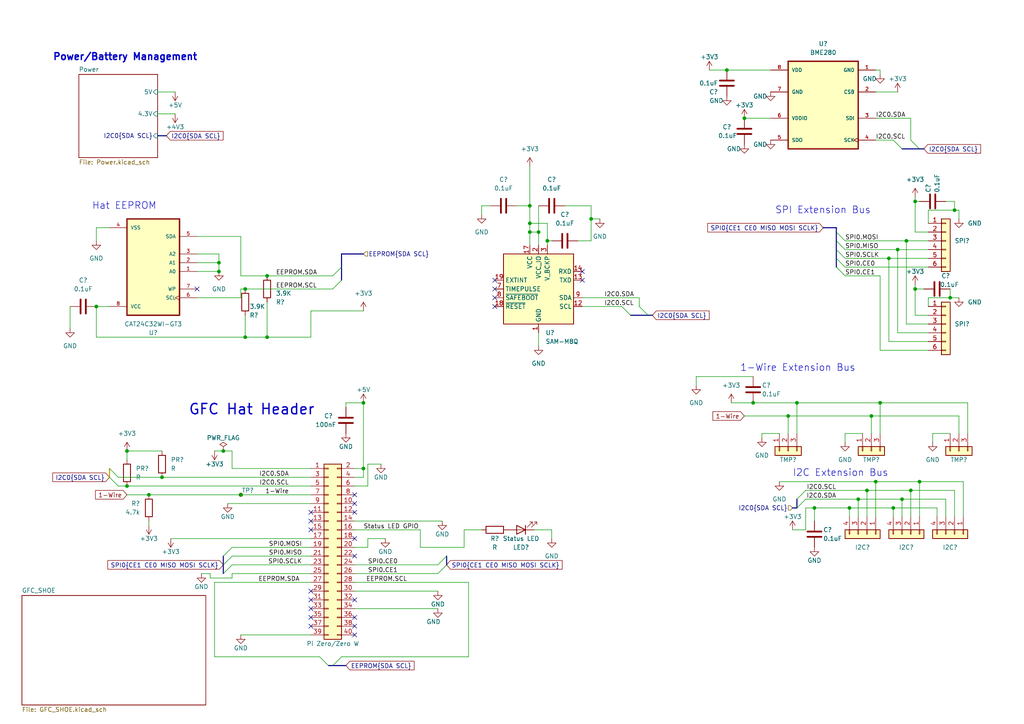
<source format=kicad_sch>
(kicad_sch (version 20211123) (generator eeschema)
  (paper "A4")
  (lib_symbols
    (symbol "BME280:BME280" (pin_names (offset 1.016))
      (property "Reference" "U?" (at 0 17.78 0))
      (property "Value" "BME280" (at 0 15.24 0))
      (symbol "BME280_0_0"
        (rectangle (start -10.16 -12.7) (end 10.16 12.7) (stroke (width 0.4064)) (fill (type background)))
        (pin power_in line (at 15.24 10.16 180) (length 5.08) (name "GND") (number "1"))
        (pin input line (at 15.24 3.81 180) (length 5.08) (name "CSB") (number "2"))
        (pin bidirectional line (at 15.24 -3.81 180) (length 5.08) (name "SDI") (number "3"))
        (pin input clock (at 15.24 -10.16 180) (length 5.08) (name "SCK") (number "4"))
        (pin bidirectional line (at -15.24 -10.16 0) (length 5.08) (name "SDO") (number "5"))
        (pin power_in line (at -15.24 -3.81 0) (length 5.08) (name "VDDIO") (number "6"))
        (pin power_in line (at -15.24 3.81 0) (length 5.08) (name "GND") (number "7"))
        (pin power_in line (at -15.24 10.16 0) (length 5.08) (name "VDD") (number "8"))
      )
    )
    (symbol "Connector:TestPoint_Small" (pin_numbers hide) (pin_names (offset 0.762) hide)
      (property "Reference" "TP" (at 0 3.81 0))
      (property "Value" "TestPoint_Small" (at 0 2.032 0))
      (symbol "TestPoint_Small_0_1"
        (circle (center 0 0) (radius 0.508))
      )
      (symbol "TestPoint_Small_1_1"
        (pin passive line (at 0 0 90) (length 0) (name "1") (number "1"))
      )
    )
    (symbol "Connector_Generic:Conn_01x03" (pin_names (offset 1.016) hide)
      (property "Reference" "J" (at 0 5.08 0))
      (property "Value" "Conn_01x03" (at 0 -5.08 0))
      (symbol "Conn_01x03_1_1"
        (rectangle (start -1.27 -2.413) (end 0 -2.667) (stroke (width 0.1524)))
        (rectangle (start -1.27 0.127) (end 0 -0.127) (stroke (width 0.1524)))
        (rectangle (start -1.27 2.667) (end 0 2.413) (stroke (width 0.1524)))
        (rectangle (start -1.27 3.81) (end 1.27 -3.81) (stroke (width 0.254)) (fill (type background)))
        (pin passive line (at -5.08 2.54 0) (length 3.81) (name "Pin_1") (number "1"))
        (pin passive line (at -5.08 0 0) (length 3.81) (name "Pin_2") (number "2"))
        (pin passive line (at -5.08 -2.54 0) (length 3.81) (name "Pin_3") (number "3"))
      )
    )
    (symbol "Connector_Generic:Conn_01x04" (pin_names (offset 1.016) hide)
      (property "Reference" "J" (at 0 5.08 0))
      (property "Value" "Conn_01x04" (at 0 -7.62 0))
      (symbol "Conn_01x04_1_1"
        (rectangle (start -1.27 -4.953) (end 0 -5.207) (stroke (width 0.1524)))
        (rectangle (start -1.27 -2.413) (end 0 -2.667) (stroke (width 0.1524)))
        (rectangle (start -1.27 0.127) (end 0 -0.127) (stroke (width 0.1524)))
        (rectangle (start -1.27 2.667) (end 0 2.413) (stroke (width 0.1524)))
        (rectangle (start -1.27 3.81) (end 1.27 -6.35) (stroke (width 0.254)) (fill (type background)))
        (pin passive line (at -5.08 2.54 0) (length 3.81) (name "Pin_1") (number "1"))
        (pin passive line (at -5.08 0 0) (length 3.81) (name "Pin_2") (number "2"))
        (pin passive line (at -5.08 -2.54 0) (length 3.81) (name "Pin_3") (number "3"))
        (pin passive line (at -5.08 -5.08 0) (length 3.81) (name "Pin_4") (number "4"))
      )
    )
    (symbol "Connector_Generic:Conn_01x06" (pin_names (offset 1.016) hide)
      (property "Reference" "J" (at 0 7.62 0))
      (property "Value" "Conn_01x06" (at 0 -10.16 0))
      (symbol "Conn_01x06_1_1"
        (rectangle (start -1.27 -7.493) (end 0 -7.747) (stroke (width 0.1524)))
        (rectangle (start -1.27 -4.953) (end 0 -5.207) (stroke (width 0.1524)))
        (rectangle (start -1.27 -2.413) (end 0 -2.667) (stroke (width 0.1524)))
        (rectangle (start -1.27 0.127) (end 0 -0.127) (stroke (width 0.1524)))
        (rectangle (start -1.27 2.667) (end 0 2.413) (stroke (width 0.1524)))
        (rectangle (start -1.27 5.207) (end 0 4.953) (stroke (width 0.1524)))
        (rectangle (start -1.27 6.35) (end 1.27 -8.89) (stroke (width 0.254)) (fill (type background)))
        (pin passive line (at -5.08 5.08 0) (length 3.81) (name "Pin_1") (number "1"))
        (pin passive line (at -5.08 2.54 0) (length 3.81) (name "Pin_2") (number "2"))
        (pin passive line (at -5.08 0 0) (length 3.81) (name "Pin_3") (number "3"))
        (pin passive line (at -5.08 -2.54 0) (length 3.81) (name "Pin_4") (number "4"))
        (pin passive line (at -5.08 -5.08 0) (length 3.81) (name "Pin_5") (number "5"))
        (pin passive line (at -5.08 -7.62 0) (length 3.81) (name "Pin_6") (number "6"))
      )
    )
    (symbol "Connector_Generic:Conn_02x20_Odd_Even" (pin_names (offset 1.016) hide)
      (property "Reference" "J" (at 1.27 25.4 0))
      (property "Value" "Conn_02x20_Odd_Even" (at 1.27 -27.94 0))
      (symbol "Conn_02x20_Odd_Even_1_1"
        (rectangle (start -1.27 -25.273) (end 0 -25.527) (stroke (width 0.1524)))
        (rectangle (start -1.27 -22.733) (end 0 -22.987) (stroke (width 0.1524)))
        (rectangle (start -1.27 -20.193) (end 0 -20.447) (stroke (width 0.1524)))
        (rectangle (start -1.27 -17.653) (end 0 -17.907) (stroke (width 0.1524)))
        (rectangle (start -1.27 -15.113) (end 0 -15.367) (stroke (width 0.1524)))
        (rectangle (start -1.27 -12.573) (end 0 -12.827) (stroke (width 0.1524)))
        (rectangle (start -1.27 -10.033) (end 0 -10.287) (stroke (width 0.1524)))
        (rectangle (start -1.27 -7.493) (end 0 -7.747) (stroke (width 0.1524)))
        (rectangle (start -1.27 -4.953) (end 0 -5.207) (stroke (width 0.1524)))
        (rectangle (start -1.27 -2.413) (end 0 -2.667) (stroke (width 0.1524)))
        (rectangle (start -1.27 0.127) (end 0 -0.127) (stroke (width 0.1524)))
        (rectangle (start -1.27 2.667) (end 0 2.413) (stroke (width 0.1524)))
        (rectangle (start -1.27 5.207) (end 0 4.953) (stroke (width 0.1524)))
        (rectangle (start -1.27 7.747) (end 0 7.493) (stroke (width 0.1524)))
        (rectangle (start -1.27 10.287) (end 0 10.033) (stroke (width 0.1524)))
        (rectangle (start -1.27 12.827) (end 0 12.573) (stroke (width 0.1524)))
        (rectangle (start -1.27 15.367) (end 0 15.113) (stroke (width 0.1524)))
        (rectangle (start -1.27 17.907) (end 0 17.653) (stroke (width 0.1524)))
        (rectangle (start -1.27 20.447) (end 0 20.193) (stroke (width 0.1524)))
        (rectangle (start -1.27 22.987) (end 0 22.733) (stroke (width 0.1524)))
        (rectangle (start -1.27 24.13) (end 3.81 -26.67) (stroke (width 0.254)) (fill (type background)))
        (rectangle (start 3.81 -25.273) (end 2.54 -25.527) (stroke (width 0.1524)))
        (rectangle (start 3.81 -22.733) (end 2.54 -22.987) (stroke (width 0.1524)))
        (rectangle (start 3.81 -20.193) (end 2.54 -20.447) (stroke (width 0.1524)))
        (rectangle (start 3.81 -17.653) (end 2.54 -17.907) (stroke (width 0.1524)))
        (rectangle (start 3.81 -15.113) (end 2.54 -15.367) (stroke (width 0.1524)))
        (rectangle (start 3.81 -12.573) (end 2.54 -12.827) (stroke (width 0.1524)))
        (rectangle (start 3.81 -10.033) (end 2.54 -10.287) (stroke (width 0.1524)))
        (rectangle (start 3.81 -7.493) (end 2.54 -7.747) (stroke (width 0.1524)))
        (rectangle (start 3.81 -4.953) (end 2.54 -5.207) (stroke (width 0.1524)))
        (rectangle (start 3.81 -2.413) (end 2.54 -2.667) (stroke (width 0.1524)))
        (rectangle (start 3.81 0.127) (end 2.54 -0.127) (stroke (width 0.1524)))
        (rectangle (start 3.81 2.667) (end 2.54 2.413) (stroke (width 0.1524)))
        (rectangle (start 3.81 5.207) (end 2.54 4.953) (stroke (width 0.1524)))
        (rectangle (start 3.81 7.747) (end 2.54 7.493) (stroke (width 0.1524)))
        (rectangle (start 3.81 10.287) (end 2.54 10.033) (stroke (width 0.1524)))
        (rectangle (start 3.81 12.827) (end 2.54 12.573) (stroke (width 0.1524)))
        (rectangle (start 3.81 15.367) (end 2.54 15.113) (stroke (width 0.1524)))
        (rectangle (start 3.81 17.907) (end 2.54 17.653) (stroke (width 0.1524)))
        (rectangle (start 3.81 20.447) (end 2.54 20.193) (stroke (width 0.1524)))
        (rectangle (start 3.81 22.987) (end 2.54 22.733) (stroke (width 0.1524)))
        (pin passive line (at -5.08 22.86 0) (length 3.81) (name "Pin_1") (number "1"))
        (pin passive line (at 7.62 12.7 180) (length 3.81) (name "Pin_10") (number "10"))
        (pin passive line (at -5.08 10.16 0) (length 3.81) (name "Pin_11") (number "11"))
        (pin passive line (at 7.62 10.16 180) (length 3.81) (name "Pin_12") (number "12"))
        (pin passive line (at -5.08 7.62 0) (length 3.81) (name "Pin_13") (number "13"))
        (pin passive line (at 7.62 7.62 180) (length 3.81) (name "Pin_14") (number "14"))
        (pin passive line (at -5.08 5.08 0) (length 3.81) (name "Pin_15") (number "15"))
        (pin passive line (at 7.62 5.08 180) (length 3.81) (name "Pin_16") (number "16"))
        (pin passive line (at -5.08 2.54 0) (length 3.81) (name "Pin_17") (number "17"))
        (pin passive line (at 7.62 2.54 180) (length 3.81) (name "Pin_18") (number "18"))
        (pin passive line (at -5.08 0 0) (length 3.81) (name "Pin_19") (number "19"))
        (pin passive line (at 7.62 22.86 180) (length 3.81) (name "Pin_2") (number "2"))
        (pin passive line (at 7.62 0 180) (length 3.81) (name "Pin_20") (number "20"))
        (pin passive line (at -5.08 -2.54 0) (length 3.81) (name "Pin_21") (number "21"))
        (pin passive line (at 7.62 -2.54 180) (length 3.81) (name "Pin_22") (number "22"))
        (pin passive line (at -5.08 -5.08 0) (length 3.81) (name "Pin_23") (number "23"))
        (pin passive line (at 7.62 -5.08 180) (length 3.81) (name "Pin_24") (number "24"))
        (pin passive line (at -5.08 -7.62 0) (length 3.81) (name "Pin_25") (number "25"))
        (pin passive line (at 7.62 -7.62 180) (length 3.81) (name "Pin_26") (number "26"))
        (pin passive line (at -5.08 -10.16 0) (length 3.81) (name "Pin_27") (number "27"))
        (pin passive line (at 7.62 -10.16 180) (length 3.81) (name "Pin_28") (number "28"))
        (pin passive line (at -5.08 -12.7 0) (length 3.81) (name "Pin_29") (number "29"))
        (pin passive line (at -5.08 20.32 0) (length 3.81) (name "Pin_3") (number "3"))
        (pin passive line (at 7.62 -12.7 180) (length 3.81) (name "Pin_30") (number "30"))
        (pin passive line (at -5.08 -15.24 0) (length 3.81) (name "Pin_31") (number "31"))
        (pin passive line (at 7.62 -15.24 180) (length 3.81) (name "Pin_32") (number "32"))
        (pin passive line (at -5.08 -17.78 0) (length 3.81) (name "Pin_33") (number "33"))
        (pin passive line (at 7.62 -17.78 180) (length 3.81) (name "Pin_34") (number "34"))
        (pin passive line (at -5.08 -20.32 0) (length 3.81) (name "Pin_35") (number "35"))
        (pin passive line (at 7.62 -20.32 180) (length 3.81) (name "Pin_36") (number "36"))
        (pin passive line (at -5.08 -22.86 0) (length 3.81) (name "Pin_37") (number "37"))
        (pin passive line (at 7.62 -22.86 180) (length 3.81) (name "Pin_38") (number "38"))
        (pin passive line (at -5.08 -25.4 0) (length 3.81) (name "Pin_39") (number "39"))
        (pin passive line (at 7.62 20.32 180) (length 3.81) (name "Pin_4") (number "4"))
        (pin passive line (at 7.62 -25.4 180) (length 3.81) (name "Pin_40") (number "40"))
        (pin passive line (at -5.08 17.78 0) (length 3.81) (name "Pin_5") (number "5"))
        (pin passive line (at 7.62 17.78 180) (length 3.81) (name "Pin_6") (number "6"))
        (pin passive line (at -5.08 15.24 0) (length 3.81) (name "Pin_7") (number "7"))
        (pin passive line (at 7.62 15.24 180) (length 3.81) (name "Pin_8") (number "8"))
        (pin passive line (at -5.08 12.7 0) (length 3.81) (name "Pin_9") (number "9"))
      )
    )
    (symbol "Device:C" (pin_numbers hide) (pin_names (offset 0.254))
      (property "Reference" "C" (at 0.635 2.54 0))
      (property "Value" "C" (at 0.635 -2.54 0))
      (symbol "C_0_1"
        (polyline (pts (xy -2.032 -0.762) (xy 2.032 -0.762)) (stroke (width 0.508)))
        (polyline (pts (xy -2.032 0.762) (xy 2.032 0.762)) (stroke (width 0.508)))
      )
      (symbol "C_1_1"
        (pin passive line (at 0 3.81 270) (length 2.794) (name "~") (number "1"))
        (pin passive line (at 0 -3.81 90) (length 2.794) (name "~") (number "2"))
      )
    )
    (symbol "Device:LED" (pin_numbers hide) (pin_names (offset 1.016) hide)
      (property "Reference" "D" (at 0 2.54 0))
      (property "Value" "LED" (at 0 -2.54 0))
      (symbol "LED_0_1"
        (polyline (pts (xy -1.27 -1.27) (xy -1.27 1.27)) (stroke (width 0.254)))
        (polyline (pts (xy -1.27 0) (xy 1.27 0)))
        (polyline (pts (xy 1.27 -1.27) (xy 1.27 1.27) (xy -1.27 0) (xy 1.27 -1.27)) (stroke (width 0.254)))
        (polyline (pts (xy -3.048 -0.762) (xy -4.572 -2.286) (xy -3.81 -2.286) (xy -4.572 -2.286) (xy -4.572 -1.524)))
        (polyline (pts (xy -1.778 -0.762) (xy -3.302 -2.286) (xy -2.54 -2.286) (xy -3.302 -2.286) (xy -3.302 -1.524)))
      )
      (symbol "LED_1_1"
        (pin passive line (at -3.81 0 0) (length 2.54) (name "K") (number "1"))
        (pin passive line (at 3.81 0 180) (length 2.54) (name "A") (number "2"))
      )
    )
    (symbol "Device:R" (pin_numbers hide) (pin_names (offset 0))
      (property "Reference" "R" (at 2.032 0 90))
      (property "Value" "R" (at 0 0 90))
      (symbol "R_0_1"
        (rectangle (start -1.016 -2.54) (end 1.016 2.54) (stroke (width 0.254)))
      )
      (symbol "R_1_1"
        (pin passive line (at 0 3.81 270) (length 1.27) (name "~") (number "1"))
        (pin passive line (at 0 -3.81 90) (length 1.27) (name "~") (number "2"))
      )
    )
    (symbol "EEPROM:CAT24C32WI-GT3" (pin_names (offset 1.016))
      (property "Reference" "U" (at -7.6205 12.7008 0))
      (property "Value" "CAT24C32WI-GT3" (at -7.5948 -17.755 0))
      (symbol "CAT24C32WI-GT3_0_0"
        (rectangle (start -7.62 -15.24) (end 7.62 12.7) (stroke (width 0.4064)) (fill (type background)))
        (pin input line (at -12.7 0 0) (length 5.08) (name "A0") (number "1"))
        (pin input line (at -12.7 -2.54 0) (length 5.08) (name "A1") (number "2"))
        (pin input line (at -12.7 -5.08 0) (length 5.08) (name "A2") (number "3"))
        (pin passive line (at 12.7 -12.7 180) (length 5.08) (name "VSS") (number "4"))
        (pin bidirectional line (at -12.7 -10.16 0) (length 5.08) (name "SDA") (number "5"))
        (pin input clock (at -12.7 7.62 0) (length 5.08) (name "SCL") (number "6"))
        (pin input line (at -12.7 5.08 0) (length 5.08) (name "WP") (number "7"))
        (pin power_in line (at 12.7 10.16 180) (length 5.08) (name "VCC") (number "8"))
      )
    )
    (symbol "MyParts:+4V3" (power) (pin_names (offset 0))
      (property "Value" "+4V3" (at 0 3.556 0))
      (symbol "+4V3_0_1"
        (polyline (pts (xy -0.762 1.27) (xy 0 2.54)))
        (polyline (pts (xy 0 0) (xy 0 2.54)))
        (polyline (pts (xy 0 2.54) (xy 0.762 1.27)))
      )
      (symbol "+4V3_1_1"
        (pin power_in line (at 0 0 90) (length 0) hide (name "+4V3") (number "1"))
      )
    )
    (symbol "RF_GPS:SAM-M8Q"
      (property "Reference" "U" (at -8.89 11.43 0))
      (property "Value" "SAM-M8Q" (at 8.89 11.43 0))
      (symbol "SAM-M8Q_0_1"
        (rectangle (start -10.16 10.16) (end 10.16 -10.16) (stroke (width 0.254)) (fill (type background)))
      )
      (symbol "SAM-M8Q_1_1"
        (pin power_in line (at 0 -12.7 90) (length 2.54) (name "GND") (number "1"))
        (pin passive line (at 0 -12.7 90) (length 2.54) hide (name "GND") (number "10"))
        (pin passive line (at 0 -12.7 90) (length 2.54) hide (name "GND") (number "11"))
        (pin input line (at 12.7 -5.08 180) (length 2.54) (name "SCL") (number "12"))
        (pin output line (at 12.7 2.54 180) (length 2.54) (name "TXD") (number "13"))
        (pin input line (at 12.7 5.08 180) (length 2.54) (name "RXD") (number "14"))
        (pin passive line (at 0 -12.7 90) (length 2.54) hide (name "GND") (number "15"))
        (pin passive line (at 0 -12.7 90) (length 2.54) hide (name "GND") (number "16"))
        (pin power_in line (at -2.54 12.7 270) (length 2.54) (name "VCC") (number "17"))
        (pin input line (at -12.7 -5.08 0) (length 2.54) (name "~{RESET}") (number "18"))
        (pin input line (at -12.7 2.54 0) (length 2.54) (name "EXTINT") (number "19"))
        (pin power_in line (at 0 12.7 270) (length 2.54) (name "VCC_IO") (number "2"))
        (pin passive line (at 0 -12.7 90) (length 2.54) hide (name "GND") (number "20"))
        (pin power_in line (at 2.54 12.7 270) (length 2.54) (name "V_BCKP") (number "3"))
        (pin passive line (at 0 -12.7 90) (length 2.54) hide (name "GND") (number "4"))
        (pin passive line (at 0 -12.7 90) (length 2.54) hide (name "GND") (number "5"))
        (pin passive line (at 0 -12.7 90) (length 2.54) hide (name "GND") (number "6"))
        (pin output line (at -12.7 0 0) (length 2.54) (name "TIMEPULSE") (number "7"))
        (pin input line (at -12.7 -2.54 0) (length 2.54) (name "~{SAFEBOOT}") (number "8"))
        (pin bidirectional line (at 12.7 -2.54 180) (length 2.54) (name "SDA") (number "9"))
      )
    )
    (symbol "power:+3V3" (power) (pin_names (offset 0))
      (property "Value" "+3V3" (at 0 3.556 0))
      (symbol "+3V3_0_1"
        (polyline (pts (xy -0.762 1.27) (xy 0 2.54)))
        (polyline (pts (xy 0 0) (xy 0 2.54)))
        (polyline (pts (xy 0 2.54) (xy 0.762 1.27)))
      )
      (symbol "+3V3_1_1"
        (pin power_in line (at 0 0 90) (length 0) hide (name "+3V3") (number "1"))
      )
    )
    (symbol "power:+5V" (power) (pin_names (offset 0))
      (property "Value" "+5V" (at 0 3.556 0))
      (symbol "+5V_0_1"
        (polyline (pts (xy -0.762 1.27) (xy 0 2.54)))
        (polyline (pts (xy 0 0) (xy 0 2.54)))
        (polyline (pts (xy 0 2.54) (xy 0.762 1.27)))
      )
      (symbol "+5V_1_1"
        (pin power_in line (at 0 0 90) (length 0) hide (name "+5V") (number "1"))
      )
    )
    (symbol "power:GND" (power) (pin_names (offset 0))
      (property "Value" "GND" (at 0 -3.81 0))
      (symbol "GND_0_1"
        (polyline (pts (xy 0 0) (xy 0 -1.27) (xy 1.27 -1.27) (xy 0 -2.54) (xy -1.27 -1.27) (xy 0 -1.27)))
      )
      (symbol "GND_1_1"
        (pin power_in line (at 0 0 270) (length 0) hide (name "GND") (number "1"))
      )
    )
    (symbol "power:PWR_FLAG" (power) (pin_numbers hide) (pin_names (offset 0) hide)
      (property "Value" "PWR_FLAG" (at 0 3.81 0))
      (symbol "PWR_FLAG_0_0"
        (pin power_out line (at 0 0 90) (length 0) (name "pwr") (number "1"))
      )
      (symbol "PWR_FLAG_0_1"
        (polyline (pts (xy 0 0) (xy 0 1.27) (xy -1.016 1.905) (xy 0 2.54) (xy 1.016 1.905) (xy 0 1.27)))
      )
    )
  )
  (junction (at 266.7 139.7))
  (junction (at 210.82 20.32))
  (junction (at 77.47 97.79))
  (junction (at 276.86 60.96))
  (junction (at 260.35 72.39))
  (junction (at 153.67 67.31))
  (junction (at 153.67 59.69))
  (junction (at 246.38 147.32))
  (junction (at 248.92 144.78))
  (junction (at 236.22 147.32))
  (junction (at 69.85 143.51))
  (junction (at 71.12 97.79))
  (junction (at 156.21 67.31))
  (junction (at 171.45 63.5))
  (junction (at 257.81 74.93))
  (junction (at 259.08 147.32))
  (junction (at 105.41 116.84))
  (junction (at 254 139.7))
  (junction (at 262.89 69.85))
  (junction (at 63.5 76.2))
  (junction (at 46.99 138.43))
  (junction (at 264.16 142.24))
  (junction (at 105.41 135.89))
  (junction (at 275.59 86.36))
  (junction (at 71.12 83.82))
  (junction (at 261.62 144.78))
  (junction (at 63.5 78.74))
  (junction (at 252.73 120.65))
  (junction (at 43.18 143.51))
  (junction (at 36.83 130.81))
  (junction (at 36.83 140.97))
  (junction (at 218.44 116.84))
  (junction (at 64.77 130.81))
  (junction (at 158.75 69.85))
  (junction (at 215.9 34.29))
  (junction (at 153.67 64.77))
  (junction (at 77.47 80.01))
  (junction (at 265.43 83.82))
  (junction (at 265.43 58.42))
  (junction (at 27.94 88.9))
  (junction (at 255.27 116.84))
  (junction (at 251.46 142.24))
  (junction (at 228.6 120.65))
  (junction (at 231.14 116.84))
  (no_connect (at 102.87 181.61))
  (no_connect (at 168.91 81.28))
  (no_connect (at 90.17 171.45))
  (no_connect (at 102.87 161.29))
  (no_connect (at 143.51 81.28))
  (no_connect (at 90.17 153.67))
  (no_connect (at 168.91 78.74))
  (no_connect (at 102.87 148.59))
  (no_connect (at 102.87 184.15))
  (no_connect (at 143.51 88.9))
  (no_connect (at 57.15 83.82))
  (no_connect (at 102.87 156.21))
  (no_connect (at 102.87 179.07))
  (no_connect (at 143.51 83.82))
  (no_connect (at 143.51 86.36))
  (no_connect (at 90.17 176.53))
  (no_connect (at 90.17 181.61))
  (no_connect (at 102.87 173.99))
  (no_connect (at 90.17 173.99))
  (no_connect (at 90.17 179.07))
  (no_connect (at 102.87 143.51))
  (no_connect (at 90.17 151.13))
  (no_connect (at 90.17 148.59))
  (no_connect (at 102.87 146.05))
  (bus_entry (at 127 166.37) (size 2.54 -2.54))
  (bus_entry (at 182.88 91.44) (size -2.54 -2.54))
  (bus_entry (at 96.52 193.04) (size 2.54 -2.54))
  (bus_entry (at 266.7 43.18) (size -2.54 -2.54))
  (bus_entry (at 242.57 69.85) (size 2.54 2.54))
  (bus_entry (at 242.57 74.93) (size 2.54 2.54))
  (bus_entry (at 261.62 43.18) (size -2.54 -2.54))
  (bus_entry (at 187.96 91.44) (size -2.54 -2.54))
  (bus_entry (at 231.14 147.32) (size 2.54 -2.54))
  (bus_entry (at 231.14 144.78) (size 2.54 -2.54))
  (bus_entry (at 127 163.83) (size 2.54 -2.54))
  (bus_entry (at 242.57 67.31) (size 2.54 2.54))
  (bus_entry (at 99.06 77.47) (size -2.54 2.54))
  (bus_entry (at 31.75 135.89) (size 2.54 2.54))
  (bus_entry (at 242.57 77.47) (size 2.54 2.54))
  (bus_entry (at 242.57 72.39) (size 2.54 2.54))
  (bus_entry (at 31.75 138.43) (size 2.54 2.54))
  (bus_entry (at 67.31 158.75) (size -2.54 2.54))
  (bus_entry (at 67.31 163.83) (size -2.54 2.54))
  (bus_entry (at 99.06 81.28) (size -2.54 2.54))
  (bus_entry (at 95.25 193.04) (size -2.54 -2.54))
  (bus_entry (at 67.31 161.29) (size -2.54 2.54))
  (wire (pts (xy 168.91 88.9) (xy 180.34 88.9)))
  (wire (pts (xy 236.22 147.32) (xy 233.68 147.32)))
  (bus (pts (xy 31.75 135.89) (xy 31.75 138.43)) (stroke (width 0) (color 204 153 0 1)))
  (wire (pts (xy 121.92 153.67) (xy 121.92 158.75)))
  (wire (pts (xy 67.31 135.89) (xy 90.17 135.89)))
  (wire (pts (xy 269.24 60.96) (xy 276.86 60.96)))
  (wire (pts (xy 228.6 125.73) (xy 228.6 120.65)))
  (wire (pts (xy 36.83 130.81) (xy 36.83 133.35)))
  (wire (pts (xy 156.21 96.52) (xy 156.21 100.33)))
  (wire (pts (xy 71.12 83.82) (xy 96.52 83.82)))
  (wire (pts (xy 135.89 168.91) (xy 135.89 190.5)))
  (wire (pts (xy 274.32 144.78) (xy 274.32 149.86)))
  (wire (pts (xy 262.89 69.85) (xy 269.24 69.85)))
  (wire (pts (xy 105.41 90.17) (xy 90.17 90.17)))
  (wire (pts (xy 153.67 48.26) (xy 153.67 59.69)))
  (wire (pts (xy 106.68 158.75) (xy 102.87 158.75)))
  (wire (pts (xy 248.92 144.78) (xy 248.92 149.86)))
  (wire (pts (xy 102.87 151.13) (xy 128.27 151.13)))
  (wire (pts (xy 45.72 33.02) (xy 50.8 33.02)))
  (bus (pts (xy 64.77 163.83) (xy 64.77 166.37)))
  (wire (pts (xy 229.87 153.67) (xy 233.68 153.67)))
  (wire (pts (xy 265.43 57.15) (xy 265.43 58.42)))
  (wire (pts (xy 171.45 59.69) (xy 171.45 63.5)))
  (wire (pts (xy 134.62 158.75) (xy 134.62 153.67)))
  (wire (pts (xy 274.32 58.42) (xy 276.86 58.42)))
  (wire (pts (xy 121.92 158.75) (xy 134.62 158.75)))
  (wire (pts (xy 255.27 101.6) (xy 269.24 101.6)))
  (wire (pts (xy 100.33 116.84) (xy 105.41 116.84)))
  (wire (pts (xy 102.87 138.43) (xy 105.41 138.43)))
  (wire (pts (xy 149.86 59.69) (xy 153.67 59.69)))
  (wire (pts (xy 134.62 153.67) (xy 139.7 153.67)))
  (wire (pts (xy 259.08 147.32) (xy 246.38 147.32)))
  (wire (pts (xy 102.87 163.83) (xy 127 163.83)))
  (wire (pts (xy 262.89 93.98) (xy 269.24 93.98)))
  (wire (pts (xy 205.74 20.32) (xy 210.82 20.32)))
  (wire (pts (xy 57.15 73.66) (xy 63.5 73.66)))
  (wire (pts (xy 269.24 86.36) (xy 275.59 86.36)))
  (wire (pts (xy 69.85 86.36) (xy 69.85 83.82)))
  (wire (pts (xy 67.31 166.37) (xy 67.31 167.64)))
  (wire (pts (xy 156.21 71.12) (xy 156.21 67.31)))
  (wire (pts (xy 90.17 166.37) (xy 67.31 166.37)))
  (wire (pts (xy 260.35 72.39) (xy 260.35 96.52)))
  (wire (pts (xy 265.43 58.42) (xy 265.43 67.31)))
  (wire (pts (xy 46.99 130.81) (xy 36.83 130.81)))
  (wire (pts (xy 102.87 171.45) (xy 127 171.45)))
  (wire (pts (xy 276.86 58.42) (xy 276.86 60.96)))
  (wire (pts (xy 264.16 34.29) (xy 264.16 40.64)))
  (wire (pts (xy 27.94 66.04) (xy 31.75 66.04)))
  (wire (pts (xy 60.96 167.64) (xy 60.96 166.37)))
  (wire (pts (xy 265.43 83.82) (xy 265.43 91.44)))
  (wire (pts (xy 27.94 66.04) (xy 27.94 69.85)))
  (wire (pts (xy 245.11 69.85) (xy 262.89 69.85)))
  (wire (pts (xy 278.13 60.96) (xy 278.13 63.5)))
  (bus (pts (xy 242.57 66.04) (xy 238.76 66.04)))
  (wire (pts (xy 105.41 138.43) (xy 105.41 135.89)))
  (wire (pts (xy 77.47 87.63) (xy 77.47 97.79)))
  (wire (pts (xy 218.44 109.22) (xy 201.93 109.22)))
  (wire (pts (xy 254 20.32) (xy 255.27 20.32)))
  (wire (pts (xy 246.38 149.86) (xy 246.38 147.32)))
  (bus (pts (xy 95.25 193.04) (xy 96.52 193.04)))
  (wire (pts (xy 45.72 26.67) (xy 50.8 26.67)))
  (wire (pts (xy 262.89 69.85) (xy 262.89 93.98)))
  (wire (pts (xy 142.24 59.69) (xy 139.7 59.69)))
  (wire (pts (xy 102.87 176.53) (xy 127 176.53)))
  (wire (pts (xy 265.43 91.44) (xy 269.24 91.44)))
  (wire (pts (xy 278.13 125.73) (xy 278.13 120.65)))
  (wire (pts (xy 254 26.67) (xy 260.35 26.67)))
  (wire (pts (xy 105.41 116.84) (xy 105.41 135.89)))
  (wire (pts (xy 57.15 76.2) (xy 63.5 76.2)))
  (wire (pts (xy 248.92 144.78) (xy 233.68 144.78)))
  (wire (pts (xy 248.92 144.78) (xy 261.62 144.78)))
  (wire (pts (xy 156.21 67.31) (xy 153.67 67.31)))
  (wire (pts (xy 265.43 83.82) (xy 267.97 83.82)))
  (wire (pts (xy 251.46 142.24) (xy 233.68 142.24)))
  (wire (pts (xy 66.04 146.05) (xy 90.17 146.05)))
  (wire (pts (xy 27.94 88.9) (xy 31.75 88.9)))
  (wire (pts (xy 275.59 83.82) (xy 275.59 86.36)))
  (bus (pts (xy 96.52 193.04) (xy 100.33 193.04)))
  (wire (pts (xy 269.24 60.96) (xy 269.24 64.77)))
  (wire (pts (xy 69.85 68.58) (xy 57.15 68.58)))
  (wire (pts (xy 153.67 67.31) (xy 153.67 71.12)))
  (wire (pts (xy 171.45 63.5) (xy 171.45 69.85)))
  (wire (pts (xy 62.23 190.5) (xy 92.71 190.5)))
  (bus (pts (xy 45.72 39.37) (xy 48.26 39.37)))
  (wire (pts (xy 212.09 116.84) (xy 218.44 116.84)))
  (wire (pts (xy 279.4 139.7) (xy 266.7 139.7)))
  (wire (pts (xy 257.81 74.93) (xy 269.24 74.93)))
  (wire (pts (xy 254 40.64) (xy 259.08 40.64)))
  (wire (pts (xy 20.32 88.9) (xy 20.32 95.25)))
  (wire (pts (xy 27.94 97.79) (xy 27.94 88.9)))
  (wire (pts (xy 57.15 86.36) (xy 69.85 86.36)))
  (bus (pts (xy 187.96 91.44) (xy 182.88 91.44)))
  (bus (pts (xy 242.57 74.93) (xy 242.57 77.47)))
  (bus (pts (xy 242.57 72.39) (xy 242.57 74.93)))
  (wire (pts (xy 106.68 134.62) (xy 110.49 134.62)))
  (wire (pts (xy 280.67 116.84) (xy 280.67 125.73)))
  (wire (pts (xy 220.98 125.73) (xy 220.98 127)))
  (wire (pts (xy 171.45 69.85) (xy 167.64 69.85)))
  (wire (pts (xy 254 34.29) (xy 264.16 34.29)))
  (wire (pts (xy 99.06 190.5) (xy 135.89 190.5)))
  (wire (pts (xy 36.83 140.97) (xy 34.29 140.97)))
  (wire (pts (xy 255.27 116.84) (xy 280.67 116.84)))
  (wire (pts (xy 153.67 64.77) (xy 153.67 67.31)))
  (wire (pts (xy 257.81 99.06) (xy 269.24 99.06)))
  (wire (pts (xy 57.15 78.74) (xy 63.5 78.74)))
  (wire (pts (xy 226.06 139.7) (xy 254 139.7)))
  (wire (pts (xy 163.83 59.69) (xy 171.45 59.69)))
  (wire (pts (xy 34.29 138.43) (xy 46.99 138.43)))
  (bus (pts (xy 64.77 161.29) (xy 64.77 163.83)))
  (bus (pts (xy 129.54 163.83) (xy 129.54 161.29)))
  (bus (pts (xy 231.14 147.32) (xy 231.14 144.78)))
  (wire (pts (xy 43.18 143.51) (xy 69.85 143.51)))
  (wire (pts (xy 255.27 116.84) (xy 255.27 125.73)))
  (bus (pts (xy 242.57 67.31) (xy 242.57 66.04)))
  (wire (pts (xy 252.73 120.65) (xy 278.13 120.65)))
  (wire (pts (xy 265.43 82.55) (xy 265.43 83.82)))
  (wire (pts (xy 245.11 77.47) (xy 269.24 77.47)))
  (wire (pts (xy 62.23 168.91) (xy 90.17 168.91)))
  (wire (pts (xy 62.23 168.91) (xy 62.23 190.5)))
  (wire (pts (xy 255.27 20.32) (xy 255.27 21.59)))
  (wire (pts (xy 265.43 58.42) (xy 266.7 58.42)))
  (wire (pts (xy 168.91 86.36) (xy 185.42 86.36)))
  (bus (pts (xy 242.57 69.85) (xy 242.57 72.39)))
  (bus (pts (xy 189.23 91.44) (xy 187.96 91.44)))
  (wire (pts (xy 90.17 143.51) (xy 69.85 143.51)))
  (wire (pts (xy 69.85 80.01) (xy 77.47 80.01)))
  (wire (pts (xy 264.16 142.24) (xy 264.16 149.86)))
  (bus (pts (xy 99.06 77.47) (xy 99.06 81.28)))
  (wire (pts (xy 210.82 20.32) (xy 223.52 20.32)))
  (wire (pts (xy 251.46 142.24) (xy 264.16 142.24)))
  (wire (pts (xy 71.12 91.44) (xy 71.12 97.79)))
  (wire (pts (xy 158.75 64.77) (xy 153.67 64.77)))
  (wire (pts (xy 261.62 149.86) (xy 261.62 144.78)))
  (wire (pts (xy 265.43 67.31) (xy 269.24 67.31)))
  (wire (pts (xy 218.44 116.84) (xy 231.14 116.84)))
  (wire (pts (xy 154.94 153.67) (xy 160.02 153.67)))
  (wire (pts (xy 231.14 116.84) (xy 255.27 116.84)))
  (wire (pts (xy 276.86 142.24) (xy 276.86 149.86)))
  (wire (pts (xy 46.99 138.43) (xy 90.17 138.43)))
  (wire (pts (xy 153.67 59.69) (xy 153.67 64.77)))
  (wire (pts (xy 201.93 109.22) (xy 201.93 111.76)))
  (wire (pts (xy 160.02 153.67) (xy 160.02 156.21)))
  (wire (pts (xy 233.68 147.32) (xy 233.68 153.67)))
  (wire (pts (xy 49.53 156.21) (xy 90.17 156.21)))
  (wire (pts (xy 90.17 97.79) (xy 77.47 97.79)))
  (wire (pts (xy 139.7 59.69) (xy 139.7 62.23)))
  (wire (pts (xy 275.59 86.36) (xy 278.13 86.36)))
  (wire (pts (xy 171.45 63.5) (xy 173.99 63.5)))
  (bus (pts (xy 229.87 147.32) (xy 231.14 147.32)))
  (wire (pts (xy 102.87 168.91) (xy 135.89 168.91)))
  (wire (pts (xy 260.35 96.52) (xy 269.24 96.52)))
  (wire (pts (xy 215.9 120.65) (xy 228.6 120.65)))
  (wire (pts (xy 63.5 76.2) (xy 63.5 78.74)))
  (wire (pts (xy 77.47 97.79) (xy 71.12 97.79)))
  (bus (pts (xy 105.41 73.66) (xy 99.06 73.66)))
  (wire (pts (xy 158.75 71.12) (xy 158.75 69.85)))
  (wire (pts (xy 69.85 83.82) (xy 71.12 83.82)))
  (wire (pts (xy 36.83 143.51) (xy 43.18 143.51)))
  (wire (pts (xy 106.68 140.97) (xy 106.68 134.62)))
  (wire (pts (xy 106.68 156.21) (xy 106.68 158.75)))
  (wire (pts (xy 271.78 147.32) (xy 259.08 147.32)))
  (wire (pts (xy 266.7 139.7) (xy 254 139.7)))
  (wire (pts (xy 67.31 167.64) (xy 60.96 167.64)))
  (wire (pts (xy 252.73 125.73) (xy 252.73 120.65)))
  (wire (pts (xy 63.5 73.66) (xy 63.5 76.2)))
  (wire (pts (xy 71.12 97.79) (xy 27.94 97.79)))
  (wire (pts (xy 69.85 80.01) (xy 69.85 68.58)))
  (wire (pts (xy 102.87 153.67) (xy 121.92 153.67)))
  (wire (pts (xy 245.11 72.39) (xy 260.35 72.39)))
  (wire (pts (xy 261.62 144.78) (xy 274.32 144.78)))
  (wire (pts (xy 270.51 125.73) (xy 275.59 125.73)))
  (wire (pts (xy 269.24 88.9) (xy 269.24 86.36)))
  (wire (pts (xy 215.9 34.29) (xy 223.52 34.29)))
  (wire (pts (xy 67.31 135.89) (xy 67.31 130.81)))
  (wire (pts (xy 228.6 120.65) (xy 252.73 120.65)))
  (wire (pts (xy 67.31 158.75) (xy 90.17 158.75)))
  (wire (pts (xy 279.4 149.86) (xy 279.4 139.7)))
  (wire (pts (xy 245.11 125.73) (xy 250.19 125.73)))
  (wire (pts (xy 64.77 130.81) (xy 67.31 130.81)))
  (wire (pts (xy 158.75 69.85) (xy 158.75 64.77)))
  (wire (pts (xy 62.23 130.81) (xy 64.77 130.81)))
  (wire (pts (xy 156.21 59.69) (xy 156.21 67.31)))
  (wire (pts (xy 266.7 149.86) (xy 266.7 139.7)))
  (wire (pts (xy 236.22 147.32) (xy 236.22 151.13)))
  (wire (pts (xy 260.35 72.39) (xy 269.24 72.39)))
  (wire (pts (xy 251.46 142.24) (xy 251.46 149.86)))
  (wire (pts (xy 105.41 135.89) (xy 102.87 135.89)))
  (wire (pts (xy 36.83 140.97) (xy 90.17 140.97)))
  (wire (pts (xy 69.85 184.15) (xy 90.17 184.15)))
  (wire (pts (xy 245.11 80.01) (xy 255.27 80.01)))
  (bus (pts (xy 266.7 43.18) (xy 261.62 43.18)))
  (wire (pts (xy 264.16 142.24) (xy 276.86 142.24)))
  (wire (pts (xy 220.98 125.73) (xy 226.06 125.73)))
  (bus (pts (xy 99.06 73.66) (xy 99.06 77.47)))
  (wire (pts (xy 245.11 74.93) (xy 257.81 74.93)))
  (wire (pts (xy 245.11 125.73) (xy 245.11 128.27)))
  (wire (pts (xy 158.75 69.85) (xy 160.02 69.85)))
  (wire (pts (xy 77.47 80.01) (xy 96.52 80.01)))
  (wire (pts (xy 271.78 149.86) (xy 271.78 147.32)))
  (wire (pts (xy 90.17 90.17) (xy 90.17 97.79)))
  (wire (pts (xy 43.18 152.4) (xy 43.18 151.13)))
  (wire (pts (xy 255.27 80.01) (xy 255.27 101.6)))
  (wire (pts (xy 231.14 116.84) (xy 231.14 125.73)))
  (wire (pts (xy 257.81 74.93) (xy 257.81 99.06)))
  (wire (pts (xy 102.87 166.37) (xy 127 166.37)))
  (wire (pts (xy 111.76 156.21) (xy 106.68 156.21)))
  (wire (pts (xy 60.96 166.37) (xy 58.42 166.37)))
  (wire (pts (xy 102.87 140.97) (xy 106.68 140.97)))
  (wire (pts (xy 100.33 118.11) (xy 100.33 116.84)))
  (wire (pts (xy 67.31 163.83) (xy 90.17 163.83)))
  (wire (pts (xy 246.38 147.32) (xy 236.22 147.32)))
  (bus (pts (xy 242.57 67.31) (xy 242.57 69.85)))
  (wire (pts (xy 270.51 125.73) (xy 270.51 128.27)))
  (wire (pts (xy 185.42 86.36) (xy 185.42 88.9)))
  (wire (pts (xy 276.86 60.96) (xy 278.13 60.96)))
  (wire (pts (xy 67.31 161.29) (xy 90.17 161.29)))
  (wire (pts (xy 259.08 149.86) (xy 259.08 147.32)))
  (wire (pts (xy 254 149.86) (xy 254 139.7)))
  (bus (pts (xy 267.97 43.18) (xy 266.7 43.18)))
  (text "I2C Extension Bus" (at 229.87 138.43 0) (effects (font (size 2 2)) (justify left bottom)))
  (text "1-Wire Extension Bus" (at 214.63 107.95 0) (effects (font (size 2 2)) (justify left bottom)))
  (text "Power/Battery Management\n" (at 15.24 17.78 0) (effects (font (size 2 2) (thickness 0.4) bold) (justify left bottom)))
  (text "SPI Extension Bus" (at 224.79 62.23 0) (effects (font (size 2 2)) (justify left bottom)))
  (text "Hat EEPROM\n" (at 26.67 60.96 0) (effects (font (size 2 2)) (justify left bottom)))
  (text "GFC Hat Header" (at 54.61 120.65 0) (effects (font (size 3 3) (thickness 0.4) bold) (justify left bottom)))
  (label "I2C0.SCL" (at 175.26 88.9 0))
  (label "Status LED GPIO" (at 105.41 153.67 0))
  (label "EEPROM.SCL" (at 118.11 168.91 180))
  (label "SPI0.MISO" (at 87.63 161.29 180))
  (label "SPI0.SCLK" (at 87.63 163.83 180))
  (label "SPI0.MOSI" (at 245.11 69.85 0))
  (label "EEPROM.SDA" (at 74.93 168.91 0))
  (label "I2C0.SDA" (at 83.82 138.43 180))
  (label "I2C0.SDA" (at 242.57 144.78 180))
  (label "SPI0.SCLK" (at 245.11 74.93 0))
  (label "SPI0.CE0" (at 245.11 77.47 0))
  (label "I2C0.SCL" (at 83.82 140.97 180))
  (label "SPI0.CE0" (at 106.68 163.83 0))
  (label "EEPROM.SCL" (at 80.01 83.82 0))
  (label "SPI0.CE1" (at 245.11 80.01 0))
  (label "1-Wire" (at 83.82 143.51 180))
  (label "SPI0.MOSI" (at 87.63 158.75 180))
  (label "SPI0.MISO" (at 245.11 72.39 0))
  (label "SPI0.CE1" (at 106.68 166.37 0))
  (label "I2C0.SCL" (at 254 40.64 0))
  (label "EEPROM.SDA" (at 80.01 80.01 0))
  (label "I2C0.SDA" (at 254 34.29 0))
  (label "I2C0.SDA" (at 175.26 86.36 0))
  (label "I2C0.SCL" (at 242.57 142.24 180))
  (global_label "I2C0{SDA SCL}" (shape input) (at 189.23 91.44 0) (property "Intersheet References" "${INTERSHEET_REFS}" (effects hide)))
  (global_label "SPI0{CE1 CE0 MISO MOSI SCLK}" (shape input) (at 64.77 163.83 180) (property "Intersheet References" "${INTERSHEET_REFS}" (effects hide)))
  (global_label "SPI0{CE1 CE0 MISO MOSI SCLK}" (shape input) (at 238.76 66.04 180) (property "Intersheet References" "${INTERSHEET_REFS}" (effects hide)))
  (global_label "I2C0{SDA SCL}" (shape input) (at 31.75 138.43 180) (property "Intersheet References" "${INTERSHEET_REFS}" (effects hide)))
  (global_label "EEPROM{SDA SCL}" (shape input) (at 100.33 193.04 0) (property "Intersheet References" "${INTERSHEET_REFS}" (effects hide)))
  (global_label "I2C0{SDA SCL}" (shape input) (at 48.26 39.37 0) (property "Intersheet References" "${INTERSHEET_REFS}" (effects hide)))
  (global_label "I2C0{SDA SCL}" (shape input) (at 267.97 43.18 0) (property "Intersheet References" "${INTERSHEET_REFS}" (effects hide)))
  (global_label "1-Wire" (shape input) (at 215.9 120.65 180) (property "Intersheet References" "${INTERSHEET_REFS}" (effects hide)))
  (global_label "SPI0{CE1 CE0 MISO MOSI SCLK}" (shape input) (at 129.54 163.83 0) (property "Intersheet References" "${INTERSHEET_REFS}" (effects hide)))
  (global_label "1-Wire" (shape input) (at 36.83 143.51 180) (property "Intersheet References" "${INTERSHEET_REFS}" (effects hide)))
  (hierarchical_label "I2C0{SDA SCL}" (shape input) (at 229.87 147.32 180))
  (hierarchical_label "EEPROM{SDA SCL}" (shape input) (at 105.41 73.66 0))
  (symbol (lib_id "power:GND") (at 58.42 166.37 0) (unit 1)
    (property "Reference" "#PWR?" (effects hide))
    (property "Value" "GND" (at 58.42 170.18 0))
  )
  (symbol (lib_id "power:+3V3") (at 62.23 130.81 180) (unit 1)
    (property "Reference" "#PWR?" (effects hide))
    (property "Value" "+3V3" (at 62.23 134.62 0))
  )
  (symbol (lib_id "Device:C") (at 160.02 59.69 90) (unit 1)
    (property "Reference" "C?" (at 160.02 52.07 90))
    (property "Value" "0.1uF" (at 160.02 54.61 90))
    (property "Footprint" "Capacitor_SMD:C_0603_1608Metric_Pad1.08x0.95mm_HandSolder" (effects hide))
    (property "Digikey" "https://www.digikey.com/short/3wn2fdb2" (effects hide))
    (property "Unit Price" "0.10" (effects hide))
  )
  (symbol (lib_id "Connector_Generic:Conn_01x04") (at 264.16 154.94 270) (unit 1)
    (property "Reference" "I2C?" (at 262.89 158.75 90))
    (property "Value" "I2C0" (effects hide))
    (property "Footprint" "Connector_PinHeader_2.00mm:PinHeader_1x04_P2.00mm_Vertical" (effects hide))
  )
  (symbol (lib_id "power:GND") (at 278.13 63.5 0) (unit 1)
    (property "Reference" "#PWR?" (effects hide))
    (property "Value" "GND" (at 280.67 64.7699 0) (effects (justify left)))
  )
  (symbol (lib_id "power:GND") (at 245.11 128.27 0) (mirror y) (unit 1)
    (property "Reference" "#PWR?" (effects hide))
    (property "Value" "GND" (at 245.11 133.35 0))
  )
  (symbol (lib_id "power:GND") (at 160.02 156.21 0) (unit 1)
    (property "Reference" "#PWR?" (effects hide))
    (property "Value" "GND" (at 160.02 161.29 0))
  )
  (symbol (lib_id "Connector_Generic:Conn_01x06") (at 274.32 69.85 0) (unit 1)
    (property "Reference" "SPI?" (at 276.86 69.8499 0) (effects (justify left)))
    (property "Value" "SPI" (effects hide))
    (property "Footprint" "Connector_PinHeader_2.00mm:PinHeader_1x06_P2.00mm_Vertical" (effects hide))
  )
  (symbol (lib_id "power:GND") (at 110.49 134.62 0) (mirror y) (unit 1)
    (property "Reference" "#PWR?" (effects hide))
    (property "Value" "GND" (at 110.49 138.43 0))
  )
  (symbol (lib_id "power:GND") (at 223.52 40.64 0) (unit 1)
    (property "Reference" "#PWR?" (effects hide))
    (property "Value" "GND" (at 218.44 41.91 0) (effects (justify left)))
  )
  (symbol (lib_id "power:GND") (at 127 171.45 0) (unit 1)
    (property "Reference" "#PWR?" (effects hide))
    (property "Value" "GND" (at 127 175.26 0))
  )
  (symbol (lib_id "power:GND") (at 278.13 86.36 0) (unit 1)
    (property "Reference" "#PWR?" (effects hide))
    (property "Value" "GND" (at 280.67 87.6299 0) (effects (justify left)))
  )
  (symbol (lib_id "Connector_Generic:Conn_02x20_Odd_Even") (at 95.25 158.75 0) (unit 1)
    (property "Reference" "CPU?" (effects hide))
    (property "Value" "Pi Zero/Zero W" (at 88.9 186.69 0) (effects (justify left)))
    (property "Footprint" "Connector_PinSocket_2.54mm:PinSocket_2x20_P2.54mm_Vertical" (effects hide))
    (property "Digikey" "N/A" (effects hide))
    (property "Unit Price" "10.00" (effects hide))
  )
  (symbol (lib_id "Device:LED") (at 151.13 153.67 180) (unit 1)
    (property "Reference" "LED?" (at 151.13 158.75 0))
    (property "Value" "Status LED" (at 151.13 156.21 0))
    (property "Footprint" "LED_SMD:LED_0805_2012Metric" (effects hide))
  )
  (symbol (lib_id "power:+3V3") (at 153.67 48.26 0) (unit 1)
    (property "Reference" "#PWR?" (effects hide))
    (property "Value" "+3V3" (at 153.67 43.18 0))
  )
  (symbol (lib_id "power:GND") (at 66.04 146.05 0) (unit 1)
    (property "Reference" "#PWR?" (effects hide))
    (property "Value" "GND" (at 66.04 149.86 0))
  )
  (symbol (lib_id "Connector_Generic:Conn_01x03") (at 278.13 130.81 90) (mirror x) (unit 1)
    (property "Reference" "TMP?" (at 278.13 133.35 90))
    (property "Value" "1-Wire Bus" (effects hide))
    (property "Footprint" "Connector_PinHeader_2.00mm:PinHeader_1x03_P2.00mm_Vertical" (effects hide))
    (property "Digikey" "https://www.digikey.com/short/bd73wft8" (effects hide))
    (property "Unit Price" "0.18" (effects hide))
  )
  (symbol (lib_id "power:GND") (at 27.94 69.85 0) (unit 1)
    (property "Reference" "#PWR?" (effects hide))
    (property "Value" "GND" (at 27.94 74.93 0))
  )
  (symbol (lib_id "Device:C") (at 146.05 59.69 90) (unit 1)
    (property "Reference" "C?" (at 146.05 52.07 90))
    (property "Value" "0.1uF" (at 146.05 54.61 90))
    (property "Footprint" "Capacitor_SMD:C_0603_1608Metric_Pad1.08x0.95mm_HandSolder" (effects hide))
    (property "Digikey" "https://www.digikey.com/short/3wn2fdb2" (effects hide))
    (property "Unit Price" "0.10" (effects hide))
  )
  (symbol (lib_id "power:GND") (at 226.06 139.7 0) (unit 1)
    (property "Reference" "#PWR?" (effects hide))
    (property "Value" "GND" (at 226.06 144.78 0))
  )
  (symbol (lib_id "power:GND") (at 128.27 151.13 0) (unit 1)
    (property "Reference" "#PWR?" (effects hide))
    (property "Value" "GND" (at 128.27 154.94 0))
  )
  (symbol (lib_id "power:GND") (at 215.9 41.91 0) (unit 1)
    (property "Reference" "#PWR?" (effects hide))
    (property "Value" "GND" (at 210.82 43.18 0) (effects (justify left)))
  )
  (symbol (lib_id "power:GND") (at 201.93 111.76 0) (mirror y) (unit 1)
    (property "Reference" "#PWR?" (effects hide))
    (property "Value" "GND" (at 201.93 116.84 0))
  )
  (symbol (lib_id "power:+3V3") (at 205.74 20.32 0) (unit 1)
    (property "Reference" "#PWR?" (effects hide))
    (property "Value" "+3V3" (at 205.74 16.51 0))
  )
  (symbol (lib_id "Device:C") (at 270.51 58.42 270) (unit 1)
    (property "Reference" "C?" (at 269.24 55.88 0) (effects (justify right)))
    (property "Value" "0.1uF" (at 271.78 55.88 0) (effects (justify right)))
    (property "Footprint" "Capacitor_SMD:C_0603_1608Metric_Pad1.08x0.95mm_HandSolder" (effects hide))
    (property "Digikey" "https://www.digikey.com/short/3wn2fdb2" (effects hide))
  )
  (symbol (lib_id "power:GND") (at 210.82 27.94 0) (unit 1)
    (property "Reference" "#PWR?" (effects hide))
    (property "Value" "GND" (at 205.74 29.21 0) (effects (justify left)))
  )
  (symbol (lib_id "power:+3V3") (at 43.18 152.4 0) (mirror x) (unit 1)
    (property "Reference" "#PWR?" (effects hide))
    (property "Value" "+3V3" (at 43.18 156.21 0))
  )
  (symbol (lib_id "MyParts:+4V3") (at 50.8 33.02 180) (unit 1)
    (property "Reference" "#PWR?" (effects hide))
    (property "Value" "+4V3" (at 50.8 36.83 0))
  )
  (symbol (lib_id "Connector:TestPoint_Small") (at 69.85 143.51 0) (mirror y) (unit 1)
    (property "Reference" "TP?" (at 73.66 142.24 0) (effects (justify left)))
    (property "Value" "Test Point" (effects hide))
    (property "Footprint" "TestPoint:TestPoint_Pad_D1.0mm" (effects hide))
  )
  (symbol (lib_id "Device:C") (at 218.44 113.03 180) (unit 1)
    (property "Reference" "C?" (at 220.98 111.76 0) (effects (justify right)))
    (property "Value" "0.1uF" (at 220.98 114.3 0) (effects (justify right)))
    (property "Footprint" "Capacitor_SMD:C_0603_1608Metric_Pad1.08x0.95mm_HandSolder" (effects hide))
    (property "Digikey" "https://www.digikey.com/short/3wn2fdb2" (effects hide))
  )
  (symbol (lib_id "Device:R") (at 71.12 87.63 0) (unit 1)
    (property "Reference" "R?" (at 72.39 91.44 0) (effects (justify left)))
    (property "Value" "3.9K" (at 72.39 88.9 0) (effects (justify left)))
    (property "Footprint" "Resistor_SMD:R_0603_1608Metric_Pad0.98x0.95mm_HandSolder" (effects hide))
  )
  (symbol (lib_id "Device:R") (at 46.99 134.62 0) (unit 1)
    (property "Reference" "PR?" (at 49.53 133.3499 0) (effects (justify left)))
    (property "Value" "R" (at 49.53 135.8899 0) (effects (justify left)))
    (property "Footprint" "Resistor_SMD:R_0603_1608Metric_Pad0.98x0.95mm_HandSolder" (effects hide))
  )
  (symbol (lib_id "power:+3V3") (at 265.43 82.55 0) (unit 1)
    (property "Reference" "#PWR?" (effects hide))
    (property "Value" "+3V3" (at 265.43 78.74 0))
  )
  (symbol (lib_id "power:+3V3") (at 49.53 156.21 180) (unit 1)
    (property "Reference" "#PWR?" (effects hide))
    (property "Value" "+3V3" (at 49.53 160.02 0))
  )
  (symbol (lib_id "power:+3V3") (at 260.35 26.67 0) (unit 1)
    (property "Reference" "#PWR?" (effects hide))
    (property "Value" "+3V3" (at 260.35 22.86 0))
  )
  (symbol (lib_id "power:GND") (at 156.21 100.33 0) (unit 1)
    (property "Reference" "#PWR?" (effects hide))
    (property "Value" "GND" (at 156.21 105.41 0))
  )
  (symbol (lib_id "power:+3V3") (at 265.43 57.15 0) (unit 1)
    (property "Reference" "#PWR?" (effects hide))
    (property "Value" "+3V3" (at 265.43 52.07 0))
  )
  (symbol (lib_id "Device:C") (at 215.9 38.1 0) (unit 1)
    (property "Reference" "C?" (at 209.55 36.83 0) (effects (justify left)))
    (property "Value" "0.1uF" (at 208.28 39.3701 0) (effects (justify left)))
    (property "Footprint" "Capacitor_SMD:C_0603_1608Metric_Pad1.08x0.95mm_HandSolder" (effects hide))
    (property "Digikey" "https://www.digikey.com/short/3wn2fdb2" (effects hide))
    (property "Unit Price" "0.10" (effects hide))
  )
  (symbol (lib_id "power:GND") (at 127 176.53 0) (unit 1)
    (property "Reference" "#PWR?" (effects hide))
    (property "Value" "GND" (at 125.73 180.34 0))
  )
  (symbol (lib_id "EEPROM:CAT24C32WI-GT3") (at 44.45 78.74 180) (unit 1)
    (property "Reference" "U?" (at 44.45 96.52 0))
    (property "Value" "CAT24C32WI-GT3" (at 44.45 93.98 0))
    (property "Footprint" "SOIC127P600X175-8N" (effects hide))
    (property "MANUFACTURER" "ON Semiconductor" (effects hide))
    (property "Digikey" "https://www.digikey.com/short/4dttbf8j" (effects hide))
  )
  (symbol (lib_id "Connector_Generic:Conn_01x06") (at 274.32 93.98 0) (unit 1)
    (property "Reference" "SPI?" (at 276.86 93.9799 0) (effects (justify left)))
    (property "Value" "SPI" (effects hide))
    (property "Footprint" "Connector_PinHeader_2.00mm:PinHeader_1x06_P2.00mm_Vertical" (effects hide))
  )
  (symbol (lib_id "power:+3V3") (at 212.09 116.84 0) (mirror y) (unit 1)
    (property "Reference" "#PWR?" (effects hide))
    (property "Value" "+3V3" (at 212.09 111.76 0))
  )
  (symbol (lib_id "Connector_Generic:Conn_01x04") (at 251.46 154.94 270) (unit 1)
    (property "Reference" "I2C?" (at 250.19 158.75 90))
    (property "Value" "I2C0" (effects hide))
    (property "Footprint" "Connector_PinHeader_2.00mm:PinHeader_1x04_P2.00mm_Vertical" (effects hide))
  )
  (symbol (lib_id "Device:C") (at 210.82 24.13 180) (unit 1)
    (property "Reference" "C?" (at 208.28 26.67 0) (effects (justify left)))
    (property "Value" "0.1uF" (at 208.28 24.13 0) (effects (justify left)))
    (property "Footprint" "Capacitor_SMD:C_0603_1608Metric_Pad1.08x0.95mm_HandSolder" (effects hide))
    (property "Digikey" "https://www.digikey.com/short/3wn2fdb2" (effects hide))
    (property "Unit Price" "0.10" (effects hide))
  )
  (symbol (lib_id "power:GND") (at 220.98 127 0) (mirror y) (unit 1)
    (property "Reference" "#PWR?" (effects hide))
    (property "Value" "GND" (at 220.98 132.08 0))
  )
  (symbol (lib_id "power:GND") (at 111.76 156.21 0) (unit 1)
    (property "Reference" "#PWR?" (effects hide))
    (property "Value" "GND" (at 111.76 160.02 0))
  )
  (symbol (lib_id "BME280:BME280") (at 238.76 30.48 0) (unit 1)
    (property "Reference" "U?" (at 238.76 12.7 0))
    (property "Value" "BME280" (at 238.76 15.24 0))
    (property "Footprint" "footprints:PSON65P250X250X100-8N" (effects hide))
    (property "MF" "Bosch" (effects hide))
    (property "DESCRIPTION" "Integrated pressure, humidity and temperature sensor; 8-pin 2.5x2.5x0.93mm LGA" (effects hide))
    (property "PACKAGE" "LGA-8 Bosch" (effects hide))
    (property "PRICE" "4.94 USD" (effects hide))
    (property "STANDARD" "IPC-7351B" (effects hide))
    (property "MP" "BME280" (effects hide))
    (property "AVAILABILITY" "Good" (effects hide))
  )
  (symbol (lib_id "power:+3V3") (at 105.41 90.17 0) (unit 1)
    (property "Reference" "#PWR?" (effects hide))
    (property "Value" "+3V3" (at 105.41 85.09 0))
  )
  (symbol (lib_id "power:GND") (at 69.85 184.15 0) (unit 1)
    (property "Reference" "#PWR?" (effects hide))
    (property "Value" "GND" (at 69.85 187.96 0))
  )
  (symbol (lib_id "Connector_Generic:Conn_01x04") (at 276.86 154.94 270) (unit 1)
    (property "Reference" "I2C?" (at 275.59 158.75 90))
    (property "Value" "I2C0" (effects hide))
    (property "Footprint" "Connector_PinHeader_2.00mm:PinHeader_1x04_P2.00mm_Vertical" (effects hide))
  )
  (symbol (lib_id "power:+3V3") (at 36.83 130.81 0) (unit 1)
    (property "Reference" "#PWR?" (effects hide))
    (property "Value" "+3V3" (at 36.83 125.73 0))
  )
  (symbol (lib_id "power:GND") (at 223.52 26.67 0) (unit 1)
    (property "Reference" "#PWR?" (effects hide))
    (property "Value" "GND" (at 218.44 27.94 0) (effects (justify left)))
  )
  (symbol (lib_id "power:+5V") (at 50.8 26.67 180) (unit 1)
    (property "Reference" "#PWR?" (effects hide))
    (property "Value" "+5V" (at 50.8 30.48 0))
  )
  (symbol (lib_id "power:+5V") (at 105.41 116.84 0) (unit 1)
    (property "Reference" "#PWR?" (effects hide))
    (property "Value" "+5V" (at 105.41 113.03 0))
  )
  (symbol (lib_id "Device:C") (at 24.13 88.9 90) (unit 1)
    (property "Reference" "C?" (at 24.13 81.28 90))
    (property "Value" "0.1uF" (at 24.13 83.82 90))
    (property "Footprint" "Capacitor_SMD:C_0603_1608Metric_Pad1.08x0.95mm_HandSolder" (effects hide))
    (property "Digikey" "https://www.digikey.com/short/3wn2fdb2" (effects hide))
  )
  (symbol (lib_id "power:PWR_FLAG") (at 64.77 130.81 0) (unit 1)
    (property "Reference" "#FLG?" (effects hide))
    (property "Value" "PWR_FLAG" (at 64.77 127 0))
  )
  (symbol (lib_id "Device:R") (at 43.18 147.32 0) (mirror y) (unit 1)
    (property "Reference" "R?" (at 40.64 146.0499 0) (effects (justify left)))
    (property "Value" "4.7k" (at 40.64 148.5899 0) (effects (justify left)))
    (property "Footprint" "Resistor_SMD:R_0603_1608Metric_Pad0.98x0.95mm_HandSolder" (effects hide))
    (property "Digikey" "https://www.digikey.com/short/m931v8f8" (effects hide))
    (property "Unit Price" "0.10" (effects hide))
  )
  (symbol (lib_id "power:GND") (at 63.5 78.74 0) (unit 1)
    (property "Reference" "#PWR?" (effects hide))
    (property "Value" "GND" (at 63.5 83.82 0))
  )
  (symbol (lib_id "Device:R") (at 143.51 153.67 90) (unit 1)
    (property "Reference" "R?" (at 143.51 156.21 90))
    (property "Value" "R" (at 143.51 158.75 90))
    (property "Footprint" "Resistor_SMD:R_0603_1608Metric_Pad0.98x0.95mm_HandSolder" (effects hide))
  )
  (symbol (lib_id "power:GND") (at 139.7 62.23 0) (unit 1)
    (property "Reference" "#PWR?" (effects hide))
    (property "Value" "GND" (at 139.7 67.31 0))
  )
  (symbol (lib_id "Device:C") (at 163.83 69.85 90) (unit 1)
    (property "Reference" "C?" (at 163.83 62.23 90))
    (property "Value" "0.1uF" (at 163.83 64.77 90))
    (property "Footprint" "Capacitor_SMD:C_0603_1608Metric_Pad1.08x0.95mm_HandSolder" (effects hide))
    (property "Digikey" "https://www.digikey.com/short/3wn2fdb2" (effects hide))
    (property "Unit Price" "0.10" (effects hide))
  )
  (symbol (lib_id "Device:C") (at 271.78 83.82 270) (unit 1)
    (property "Reference" "C?" (at 275.59 80.01 90) (effects (justify right)))
    (property "Value" "0.1uF" (at 278.13 82.55 90) (effects (justify right)))
    (property "Footprint" "Capacitor_SMD:C_0603_1608Metric_Pad1.08x0.95mm_HandSolder" (effects hide))
    (property "Digikey" "https://www.digikey.com/short/3wn2fdb2" (effects hide))
  )
  (symbol (lib_id "Device:C") (at 100.33 121.92 0) (unit 1)
    (property "Reference" "C?" (at 93.98 120.65 0) (effects (justify left)))
    (property "Value" "100nF" (at 91.44 123.19 0) (effects (justify left)))
    (property "Footprint" "Capacitor_SMD:C_0603_1608Metric_Pad1.08x0.95mm_HandSolder" (effects hide))
  )
  (symbol (lib_id "power:GND") (at 173.99 63.5 0) (unit 1)
    (property "Reference" "#PWR?" (effects hide))
    (property "Value" "GND" (at 173.99 68.58 0))
  )
  (symbol (lib_id "power:GND") (at 100.33 125.73 0) (unit 1)
    (property "Reference" "#PWR?" (effects hide))
    (property "Value" "GND" (at 100.33 129.54 0))
  )
  (symbol (lib_id "Device:C") (at 236.22 154.94 180) (unit 1)
    (property "Reference" "C?" (at 238.76 153.67 0) (effects (justify right)))
    (property "Value" "0.1uF" (at 238.76 156.21 0) (effects (justify right)))
    (property "Footprint" "Capacitor_SMD:C_0603_1608Metric_Pad1.08x0.95mm_HandSolder" (effects hide))
    (property "Digikey" "https://www.digikey.com/short/3wn2fdb2" (effects hide))
  )
  (symbol (lib_id "power:GND") (at 20.32 95.25 0) (unit 1)
    (property "Reference" "#PWR?" (effects hide))
    (property "Value" "GND" (at 20.32 100.33 0))
  )
  (symbol (lib_id "Connector_Generic:Conn_01x03") (at 228.6 130.81 90) (mirror x) (unit 1)
    (property "Reference" "TMP?" (at 228.6 133.35 90))
    (property "Value" "1-Wire Bus" (effects hide))
    (property "Footprint" "Connector_PinHeader_2.00mm:PinHeader_1x03_P2.00mm_Vertical" (effects hide))
    (property "Digikey" "https://www.digikey.com/short/bd73wft8" (effects hide))
    (property "Unit Price" "0.18" (effects hide))
  )
  (symbol (lib_id "power:GND") (at 236.22 158.75 0) (unit 1)
    (property "Reference" "#PWR?" (effects hide))
    (property "Value" "GND" (at 236.22 162.56 0))
  )
  (symbol (lib_id "Device:R") (at 36.83 137.16 0) (unit 1)
    (property "Reference" "PR?" (at 39.37 135.8899 0) (effects (justify left)))
    (property "Value" "R" (at 39.37 138.4299 0) (effects (justify left)))
    (property "Footprint" "Resistor_SMD:R_0603_1608Metric_Pad0.98x0.95mm_HandSolder" (effects hide))
  )
  (symbol (lib_id "power:GND") (at 270.51 128.27 0) (mirror y) (unit 1)
    (property "Reference" "#PWR?" (effects hide))
    (property "Value" "GND" (at 270.51 133.35 0))
  )
  (symbol (lib_id "RF_GPS:SAM-M8Q") (at 156.21 83.82 0) (unit 1)
    (property "Reference" "U?" (at 158.2294 96.52 0) (effects (justify left)))
    (property "Value" "SAM-M8Q" (at 158.2294 99.06 0) (effects (justify left)))
    (property "Footprint" "RF_GPS:ublox_SAM-M8Q" (effects hide))
    (property "Datasheet" "https://www.u-blox.com/sites/default/files/SAM-M8Q_DataSheet_%28UBX-16012619%29.pdf" (effects hide))
    (property "Digikey" "https://www.digikey.com/short/n7wwdb37" (effects hide))
    (property "Unit Price" "31.50" (effects hide))
  )
  (symbol (lib_id "power:GND") (at 255.27 21.59 0) (unit 1)
    (property "Reference" "#PWR?" (effects hide))
    (property "Value" "GND" (at 250.19 22.86 0) (effects (justify left)))
  )
  (symbol (lib_id "Connector_Generic:Conn_01x03") (at 252.73 130.81 90) (mirror x) (unit 1)
    (property "Reference" "TMP?" (at 252.73 133.35 90))
    (property "Value" "1-Wire Bus" (effects hide))
    (property "Footprint" "Connector_PinHeader_2.00mm:PinHeader_1x03_P2.00mm_Vertical" (effects hide))
    (property "Digikey" "https://www.digikey.com/short/bd73wft8" (effects hide))
    (property "Unit Price" "0.18" (effects hide))
  )
  (symbol (lib_id "Device:R") (at 77.47 83.82 0) (unit 1)
    (property "Reference" "R?" (at 80.01 87.63 0) (effects (justify left)))
    (property "Value" "3.9K" (at 80.01 85.0899 0) (effects (justify left)))
    (property "Footprint" "Resistor_SMD:R_0603_1608Metric_Pad0.98x0.95mm_HandSolder" (effects hide))
  )
  (symbol (lib_id "power:+3V3") (at 229.87 153.67 0) (unit 1)
    (property "Reference" "#PWR?" (effects hide))
    (property "Value" "+3V3" (at 229.87 149.86 0))
  )
  (symbol (lib_id "power:+3V3") (at 215.9 34.29 0) (unit 1)
    (property "Reference" "#PWR?" (effects hide))
    (property "Value" "+3V3" (at 215.9 30.48 0))
  )
  (sheet (at 6.35 172.72) (size 53.34 31.75) (stroke (width 0.1524))
    (property "Sheet name" "GFC_SHOE" (at 6.35 172.0084 0) (effects (justify left bottom)))
    (property "Sheet file" "GFC_SHOE.kicad_sch" (at 6.35 205.0546 0) (effects (justify left top)))
  )
  (sheet (at 22.86 21.59) (size 22.86 24.13) (stroke (width 0.1524))
    (property "Sheet name" "Power" (at 22.86 20.8784 0) (effects (justify left bottom)))
    (property "Sheet file" "Power.kicad_sch" (at 22.86 46.3046 0) (effects (justify left top)))
    (pin "5V" input (at 45.72 26.67 0))
    (pin "4.3V" input (at 45.72 33.02 0))
    (pin "I2C0{SDA SCL}" input (at 45.72 39.37 0))
  )
)
</source>
